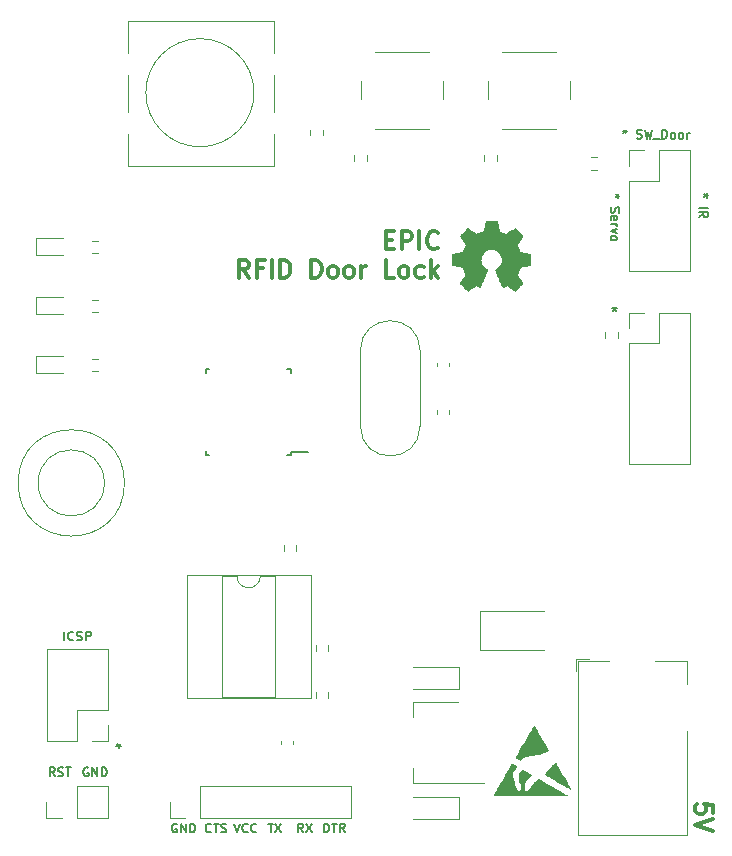
<source format=gbr>
%TF.GenerationSoftware,KiCad,Pcbnew,6.0.4-6f826c9f35~116~ubuntu21.10.1*%
%TF.CreationDate,2022-04-24T13:37:27+09:00*%
%TF.ProjectId,pcb,7063622e-6b69-4636-9164-5f7063625858,rev?*%
%TF.SameCoordinates,Original*%
%TF.FileFunction,Legend,Top*%
%TF.FilePolarity,Positive*%
%FSLAX46Y46*%
G04 Gerber Fmt 4.6, Leading zero omitted, Abs format (unit mm)*
G04 Created by KiCad (PCBNEW 6.0.4-6f826c9f35~116~ubuntu21.10.1) date 2022-04-24 13:37:27*
%MOMM*%
%LPD*%
G01*
G04 APERTURE LIST*
%ADD10C,0.187500*%
%ADD11C,0.300000*%
%ADD12C,0.150000*%
%ADD13C,0.120000*%
%ADD14C,0.010000*%
G04 APERTURE END LIST*
D10*
X31188571Y-77155000D02*
X31117142Y-77119285D01*
X31010000Y-77119285D01*
X30902857Y-77155000D01*
X30831428Y-77226428D01*
X30795714Y-77297857D01*
X30760000Y-77440714D01*
X30760000Y-77547857D01*
X30795714Y-77690714D01*
X30831428Y-77762142D01*
X30902857Y-77833571D01*
X31010000Y-77869285D01*
X31081428Y-77869285D01*
X31188571Y-77833571D01*
X31224285Y-77797857D01*
X31224285Y-77547857D01*
X31081428Y-77547857D01*
X31545714Y-77869285D02*
X31545714Y-77119285D01*
X31974285Y-77869285D01*
X31974285Y-77119285D01*
X32331428Y-77869285D02*
X32331428Y-77119285D01*
X32510000Y-77119285D01*
X32617142Y-77155000D01*
X32688571Y-77226428D01*
X32724285Y-77297857D01*
X32760000Y-77440714D01*
X32760000Y-77547857D01*
X32724285Y-77690714D01*
X32688571Y-77762142D01*
X32617142Y-77833571D01*
X32510000Y-77869285D01*
X32331428Y-77869285D01*
X76170714Y-28708571D02*
X75992142Y-28708571D01*
X76063571Y-28530000D02*
X75992142Y-28708571D01*
X76063571Y-28887142D01*
X75849285Y-28601428D02*
X75992142Y-28708571D01*
X75849285Y-28815714D01*
X75456428Y-29708571D02*
X75420714Y-29815714D01*
X75420714Y-29994285D01*
X75456428Y-30065714D01*
X75492142Y-30101428D01*
X75563571Y-30137142D01*
X75635000Y-30137142D01*
X75706428Y-30101428D01*
X75742142Y-30065714D01*
X75777857Y-29994285D01*
X75813571Y-29851428D01*
X75849285Y-29780000D01*
X75885000Y-29744285D01*
X75956428Y-29708571D01*
X76027857Y-29708571D01*
X76099285Y-29744285D01*
X76135000Y-29780000D01*
X76170714Y-29851428D01*
X76170714Y-30030000D01*
X76135000Y-30137142D01*
X75456428Y-30744285D02*
X75420714Y-30672857D01*
X75420714Y-30530000D01*
X75456428Y-30458571D01*
X75527857Y-30422857D01*
X75813571Y-30422857D01*
X75885000Y-30458571D01*
X75920714Y-30530000D01*
X75920714Y-30672857D01*
X75885000Y-30744285D01*
X75813571Y-30780000D01*
X75742142Y-30780000D01*
X75670714Y-30422857D01*
X75420714Y-31101428D02*
X75920714Y-31101428D01*
X75777857Y-31101428D02*
X75849285Y-31137142D01*
X75885000Y-31172857D01*
X75920714Y-31244285D01*
X75920714Y-31315714D01*
X75920714Y-31494285D02*
X75420714Y-31672857D01*
X75920714Y-31851428D01*
X75420714Y-32244285D02*
X75456428Y-32172857D01*
X75492142Y-32137142D01*
X75563571Y-32101428D01*
X75777857Y-32101428D01*
X75849285Y-32137142D01*
X75885000Y-32172857D01*
X75920714Y-32244285D01*
X75920714Y-32351428D01*
X75885000Y-32422857D01*
X75849285Y-32458571D01*
X75777857Y-32494285D01*
X75563571Y-32494285D01*
X75492142Y-32458571D01*
X75456428Y-32422857D01*
X75420714Y-32351428D01*
X75420714Y-32244285D01*
X29152857Y-66369285D02*
X29152857Y-65619285D01*
X29938571Y-66297857D02*
X29902857Y-66333571D01*
X29795714Y-66369285D01*
X29724285Y-66369285D01*
X29617142Y-66333571D01*
X29545714Y-66262142D01*
X29510000Y-66190714D01*
X29474285Y-66047857D01*
X29474285Y-65940714D01*
X29510000Y-65797857D01*
X29545714Y-65726428D01*
X29617142Y-65655000D01*
X29724285Y-65619285D01*
X29795714Y-65619285D01*
X29902857Y-65655000D01*
X29938571Y-65690714D01*
X30224285Y-66333571D02*
X30331428Y-66369285D01*
X30510000Y-66369285D01*
X30581428Y-66333571D01*
X30617142Y-66297857D01*
X30652857Y-66226428D01*
X30652857Y-66155000D01*
X30617142Y-66083571D01*
X30581428Y-66047857D01*
X30510000Y-66012142D01*
X30367142Y-65976428D01*
X30295714Y-65940714D01*
X30260000Y-65905000D01*
X30224285Y-65833571D01*
X30224285Y-65762142D01*
X30260000Y-65690714D01*
X30295714Y-65655000D01*
X30367142Y-65619285D01*
X30545714Y-65619285D01*
X30652857Y-65655000D01*
X30974285Y-66369285D02*
X30974285Y-65619285D01*
X31260000Y-65619285D01*
X31331428Y-65655000D01*
X31367142Y-65690714D01*
X31402857Y-65762142D01*
X31402857Y-65869285D01*
X31367142Y-65940714D01*
X31331428Y-65976428D01*
X31260000Y-66012142D01*
X30974285Y-66012142D01*
X38688571Y-81905000D02*
X38617142Y-81869285D01*
X38510000Y-81869285D01*
X38402857Y-81905000D01*
X38331428Y-81976428D01*
X38295714Y-82047857D01*
X38260000Y-82190714D01*
X38260000Y-82297857D01*
X38295714Y-82440714D01*
X38331428Y-82512142D01*
X38402857Y-82583571D01*
X38510000Y-82619285D01*
X38581428Y-82619285D01*
X38688571Y-82583571D01*
X38724285Y-82547857D01*
X38724285Y-82297857D01*
X38581428Y-82297857D01*
X39045714Y-82619285D02*
X39045714Y-81869285D01*
X39474285Y-82619285D01*
X39474285Y-81869285D01*
X39831428Y-82619285D02*
X39831428Y-81869285D01*
X40010000Y-81869285D01*
X40117142Y-81905000D01*
X40188571Y-81976428D01*
X40224285Y-82047857D01*
X40260000Y-82190714D01*
X40260000Y-82297857D01*
X40224285Y-82440714D01*
X40188571Y-82512142D01*
X40117142Y-82583571D01*
X40010000Y-82619285D01*
X39831428Y-82619285D01*
X43510000Y-81869285D02*
X43760000Y-82619285D01*
X44010000Y-81869285D01*
X44688571Y-82547857D02*
X44652857Y-82583571D01*
X44545714Y-82619285D01*
X44474285Y-82619285D01*
X44367142Y-82583571D01*
X44295714Y-82512142D01*
X44260000Y-82440714D01*
X44224285Y-82297857D01*
X44224285Y-82190714D01*
X44260000Y-82047857D01*
X44295714Y-81976428D01*
X44367142Y-81905000D01*
X44474285Y-81869285D01*
X44545714Y-81869285D01*
X44652857Y-81905000D01*
X44688571Y-81940714D01*
X45438571Y-82547857D02*
X45402857Y-82583571D01*
X45295714Y-82619285D01*
X45224285Y-82619285D01*
X45117142Y-82583571D01*
X45045714Y-82512142D01*
X45010000Y-82440714D01*
X44974285Y-82297857D01*
X44974285Y-82190714D01*
X45010000Y-82047857D01*
X45045714Y-81976428D01*
X45117142Y-81905000D01*
X45224285Y-81869285D01*
X45295714Y-81869285D01*
X45402857Y-81905000D01*
X45438571Y-81940714D01*
X75760000Y-38119285D02*
X75760000Y-38297857D01*
X75581428Y-38226428D02*
X75760000Y-38297857D01*
X75938571Y-38226428D01*
X75652857Y-38440714D02*
X75760000Y-38297857D01*
X75867142Y-38440714D01*
D11*
X84081428Y-80994285D02*
X84081428Y-80280000D01*
X83367142Y-80208571D01*
X83438571Y-80280000D01*
X83510000Y-80422857D01*
X83510000Y-80780000D01*
X83438571Y-80922857D01*
X83367142Y-80994285D01*
X83224285Y-81065714D01*
X82867142Y-81065714D01*
X82724285Y-80994285D01*
X82652857Y-80922857D01*
X82581428Y-80780000D01*
X82581428Y-80422857D01*
X82652857Y-80280000D01*
X82724285Y-80208571D01*
X84081428Y-81494285D02*
X82581428Y-81994285D01*
X84081428Y-82494285D01*
X56380714Y-32455357D02*
X56880714Y-32455357D01*
X57095000Y-33241071D02*
X56380714Y-33241071D01*
X56380714Y-31741071D01*
X57095000Y-31741071D01*
X57737857Y-33241071D02*
X57737857Y-31741071D01*
X58309285Y-31741071D01*
X58452142Y-31812500D01*
X58523571Y-31883928D01*
X58595000Y-32026785D01*
X58595000Y-32241071D01*
X58523571Y-32383928D01*
X58452142Y-32455357D01*
X58309285Y-32526785D01*
X57737857Y-32526785D01*
X59237857Y-33241071D02*
X59237857Y-31741071D01*
X60809285Y-33098214D02*
X60737857Y-33169642D01*
X60523571Y-33241071D01*
X60380714Y-33241071D01*
X60166428Y-33169642D01*
X60023571Y-33026785D01*
X59952142Y-32883928D01*
X59880714Y-32598214D01*
X59880714Y-32383928D01*
X59952142Y-32098214D01*
X60023571Y-31955357D01*
X60166428Y-31812500D01*
X60380714Y-31741071D01*
X60523571Y-31741071D01*
X60737857Y-31812500D01*
X60809285Y-31883928D01*
X44809285Y-35656071D02*
X44309285Y-34941785D01*
X43952142Y-35656071D02*
X43952142Y-34156071D01*
X44523571Y-34156071D01*
X44666428Y-34227500D01*
X44737857Y-34298928D01*
X44809285Y-34441785D01*
X44809285Y-34656071D01*
X44737857Y-34798928D01*
X44666428Y-34870357D01*
X44523571Y-34941785D01*
X43952142Y-34941785D01*
X45952142Y-34870357D02*
X45452142Y-34870357D01*
X45452142Y-35656071D02*
X45452142Y-34156071D01*
X46166428Y-34156071D01*
X46737857Y-35656071D02*
X46737857Y-34156071D01*
X47452142Y-35656071D02*
X47452142Y-34156071D01*
X47809285Y-34156071D01*
X48023571Y-34227500D01*
X48166428Y-34370357D01*
X48237857Y-34513214D01*
X48309285Y-34798928D01*
X48309285Y-35013214D01*
X48237857Y-35298928D01*
X48166428Y-35441785D01*
X48023571Y-35584642D01*
X47809285Y-35656071D01*
X47452142Y-35656071D01*
X50095000Y-35656071D02*
X50095000Y-34156071D01*
X50452142Y-34156071D01*
X50666428Y-34227500D01*
X50809285Y-34370357D01*
X50880714Y-34513214D01*
X50952142Y-34798928D01*
X50952142Y-35013214D01*
X50880714Y-35298928D01*
X50809285Y-35441785D01*
X50666428Y-35584642D01*
X50452142Y-35656071D01*
X50095000Y-35656071D01*
X51809285Y-35656071D02*
X51666428Y-35584642D01*
X51595000Y-35513214D01*
X51523571Y-35370357D01*
X51523571Y-34941785D01*
X51595000Y-34798928D01*
X51666428Y-34727500D01*
X51809285Y-34656071D01*
X52023571Y-34656071D01*
X52166428Y-34727500D01*
X52237857Y-34798928D01*
X52309285Y-34941785D01*
X52309285Y-35370357D01*
X52237857Y-35513214D01*
X52166428Y-35584642D01*
X52023571Y-35656071D01*
X51809285Y-35656071D01*
X53166428Y-35656071D02*
X53023571Y-35584642D01*
X52952142Y-35513214D01*
X52880714Y-35370357D01*
X52880714Y-34941785D01*
X52952142Y-34798928D01*
X53023571Y-34727500D01*
X53166428Y-34656071D01*
X53380714Y-34656071D01*
X53523571Y-34727500D01*
X53595000Y-34798928D01*
X53666428Y-34941785D01*
X53666428Y-35370357D01*
X53595000Y-35513214D01*
X53523571Y-35584642D01*
X53380714Y-35656071D01*
X53166428Y-35656071D01*
X54309285Y-35656071D02*
X54309285Y-34656071D01*
X54309285Y-34941785D02*
X54380714Y-34798928D01*
X54452142Y-34727500D01*
X54595000Y-34656071D01*
X54737857Y-34656071D01*
X57095000Y-35656071D02*
X56380714Y-35656071D01*
X56380714Y-34156071D01*
X57809285Y-35656071D02*
X57666428Y-35584642D01*
X57595000Y-35513214D01*
X57523571Y-35370357D01*
X57523571Y-34941785D01*
X57595000Y-34798928D01*
X57666428Y-34727500D01*
X57809285Y-34656071D01*
X58023571Y-34656071D01*
X58166428Y-34727500D01*
X58237857Y-34798928D01*
X58309285Y-34941785D01*
X58309285Y-35370357D01*
X58237857Y-35513214D01*
X58166428Y-35584642D01*
X58023571Y-35656071D01*
X57809285Y-35656071D01*
X59595000Y-35584642D02*
X59452142Y-35656071D01*
X59166428Y-35656071D01*
X59023571Y-35584642D01*
X58952142Y-35513214D01*
X58880714Y-35370357D01*
X58880714Y-34941785D01*
X58952142Y-34798928D01*
X59023571Y-34727500D01*
X59166428Y-34656071D01*
X59452142Y-34656071D01*
X59595000Y-34727500D01*
X60237857Y-35656071D02*
X60237857Y-34156071D01*
X60380714Y-35084642D02*
X60809285Y-35656071D01*
X60809285Y-34656071D02*
X60237857Y-35227500D01*
D10*
X83670714Y-28690714D02*
X83492142Y-28690714D01*
X83563571Y-28512142D02*
X83492142Y-28690714D01*
X83563571Y-28869285D01*
X83349285Y-28583571D02*
X83492142Y-28690714D01*
X83349285Y-28797857D01*
X82920714Y-29726428D02*
X83670714Y-29726428D01*
X82920714Y-30512142D02*
X83277857Y-30262142D01*
X82920714Y-30083571D02*
X83670714Y-30083571D01*
X83670714Y-30369285D01*
X83635000Y-30440714D01*
X83599285Y-30476428D01*
X83527857Y-30512142D01*
X83420714Y-30512142D01*
X83349285Y-30476428D01*
X83313571Y-30440714D01*
X83277857Y-30369285D01*
X83277857Y-30083571D01*
X33760000Y-75440714D02*
X33760000Y-75262142D01*
X33938571Y-75333571D02*
X33760000Y-75262142D01*
X33581428Y-75333571D01*
X33867142Y-75119285D02*
X33760000Y-75262142D01*
X33652857Y-75119285D01*
X41599285Y-82547857D02*
X41563571Y-82583571D01*
X41456428Y-82619285D01*
X41385000Y-82619285D01*
X41277857Y-82583571D01*
X41206428Y-82512142D01*
X41170714Y-82440714D01*
X41135000Y-82297857D01*
X41135000Y-82190714D01*
X41170714Y-82047857D01*
X41206428Y-81976428D01*
X41277857Y-81905000D01*
X41385000Y-81869285D01*
X41456428Y-81869285D01*
X41563571Y-81905000D01*
X41599285Y-81940714D01*
X41813571Y-81869285D02*
X42242142Y-81869285D01*
X42027857Y-82619285D02*
X42027857Y-81869285D01*
X42456428Y-82583571D02*
X42563571Y-82619285D01*
X42742142Y-82619285D01*
X42813571Y-82583571D01*
X42849285Y-82547857D01*
X42885000Y-82476428D01*
X42885000Y-82405000D01*
X42849285Y-82333571D01*
X42813571Y-82297857D01*
X42742142Y-82262142D01*
X42599285Y-82226428D01*
X42527857Y-82190714D01*
X42492142Y-82155000D01*
X42456428Y-82083571D01*
X42456428Y-82012142D01*
X42492142Y-81940714D01*
X42527857Y-81905000D01*
X42599285Y-81869285D01*
X42777857Y-81869285D01*
X42885000Y-81905000D01*
X51152857Y-82619285D02*
X51152857Y-81869285D01*
X51331428Y-81869285D01*
X51438571Y-81905000D01*
X51510000Y-81976428D01*
X51545714Y-82047857D01*
X51581428Y-82190714D01*
X51581428Y-82297857D01*
X51545714Y-82440714D01*
X51510000Y-82512142D01*
X51438571Y-82583571D01*
X51331428Y-82619285D01*
X51152857Y-82619285D01*
X51795714Y-81869285D02*
X52224285Y-81869285D01*
X52010000Y-82619285D02*
X52010000Y-81869285D01*
X52902857Y-82619285D02*
X52652857Y-82262142D01*
X52474285Y-82619285D02*
X52474285Y-81869285D01*
X52760000Y-81869285D01*
X52831428Y-81905000D01*
X52867142Y-81940714D01*
X52902857Y-82012142D01*
X52902857Y-82119285D01*
X52867142Y-82190714D01*
X52831428Y-82226428D01*
X52760000Y-82262142D01*
X52474285Y-82262142D01*
X28349285Y-77869285D02*
X28099285Y-77512142D01*
X27920714Y-77869285D02*
X27920714Y-77119285D01*
X28206428Y-77119285D01*
X28277857Y-77155000D01*
X28313571Y-77190714D01*
X28349285Y-77262142D01*
X28349285Y-77369285D01*
X28313571Y-77440714D01*
X28277857Y-77476428D01*
X28206428Y-77512142D01*
X27920714Y-77512142D01*
X28635000Y-77833571D02*
X28742142Y-77869285D01*
X28920714Y-77869285D01*
X28992142Y-77833571D01*
X29027857Y-77797857D01*
X29063571Y-77726428D01*
X29063571Y-77655000D01*
X29027857Y-77583571D01*
X28992142Y-77547857D01*
X28920714Y-77512142D01*
X28777857Y-77476428D01*
X28706428Y-77440714D01*
X28670714Y-77405000D01*
X28635000Y-77333571D01*
X28635000Y-77262142D01*
X28670714Y-77190714D01*
X28706428Y-77155000D01*
X28777857Y-77119285D01*
X28956428Y-77119285D01*
X29063571Y-77155000D01*
X29277857Y-77119285D02*
X29706428Y-77119285D01*
X29492142Y-77869285D02*
X29492142Y-77119285D01*
X76617142Y-23119285D02*
X76617142Y-23297857D01*
X76438571Y-23226428D02*
X76617142Y-23297857D01*
X76795714Y-23226428D01*
X76510000Y-23440714D02*
X76617142Y-23297857D01*
X76724285Y-23440714D01*
X77617142Y-23833571D02*
X77724285Y-23869285D01*
X77902857Y-23869285D01*
X77974285Y-23833571D01*
X78010000Y-23797857D01*
X78045714Y-23726428D01*
X78045714Y-23655000D01*
X78010000Y-23583571D01*
X77974285Y-23547857D01*
X77902857Y-23512142D01*
X77760000Y-23476428D01*
X77688571Y-23440714D01*
X77652857Y-23405000D01*
X77617142Y-23333571D01*
X77617142Y-23262142D01*
X77652857Y-23190714D01*
X77688571Y-23155000D01*
X77760000Y-23119285D01*
X77938571Y-23119285D01*
X78045714Y-23155000D01*
X78295714Y-23119285D02*
X78474285Y-23869285D01*
X78617142Y-23333571D01*
X78760000Y-23869285D01*
X78938571Y-23119285D01*
X79045714Y-23940714D02*
X79617142Y-23940714D01*
X79795714Y-23869285D02*
X79795714Y-23119285D01*
X79974285Y-23119285D01*
X80081428Y-23155000D01*
X80152857Y-23226428D01*
X80188571Y-23297857D01*
X80224285Y-23440714D01*
X80224285Y-23547857D01*
X80188571Y-23690714D01*
X80152857Y-23762142D01*
X80081428Y-23833571D01*
X79974285Y-23869285D01*
X79795714Y-23869285D01*
X80652857Y-23869285D02*
X80581428Y-23833571D01*
X80545714Y-23797857D01*
X80510000Y-23726428D01*
X80510000Y-23512142D01*
X80545714Y-23440714D01*
X80581428Y-23405000D01*
X80652857Y-23369285D01*
X80760000Y-23369285D01*
X80831428Y-23405000D01*
X80867142Y-23440714D01*
X80902857Y-23512142D01*
X80902857Y-23726428D01*
X80867142Y-23797857D01*
X80831428Y-23833571D01*
X80760000Y-23869285D01*
X80652857Y-23869285D01*
X81331428Y-23869285D02*
X81260000Y-23833571D01*
X81224285Y-23797857D01*
X81188571Y-23726428D01*
X81188571Y-23512142D01*
X81224285Y-23440714D01*
X81260000Y-23405000D01*
X81331428Y-23369285D01*
X81438571Y-23369285D01*
X81510000Y-23405000D01*
X81545714Y-23440714D01*
X81581428Y-23512142D01*
X81581428Y-23726428D01*
X81545714Y-23797857D01*
X81510000Y-23833571D01*
X81438571Y-23869285D01*
X81331428Y-23869285D01*
X81902857Y-23869285D02*
X81902857Y-23369285D01*
X81902857Y-23512142D02*
X81938571Y-23440714D01*
X81974285Y-23405000D01*
X82045714Y-23369285D01*
X82117142Y-23369285D01*
X49385000Y-82619285D02*
X49135000Y-82262142D01*
X48956428Y-82619285D02*
X48956428Y-81869285D01*
X49242142Y-81869285D01*
X49313571Y-81905000D01*
X49349285Y-81940714D01*
X49385000Y-82012142D01*
X49385000Y-82119285D01*
X49349285Y-82190714D01*
X49313571Y-82226428D01*
X49242142Y-82262142D01*
X48956428Y-82262142D01*
X49635000Y-81869285D02*
X50135000Y-82619285D01*
X50135000Y-81869285D02*
X49635000Y-82619285D01*
X46438571Y-81869285D02*
X46867142Y-81869285D01*
X46652857Y-82619285D02*
X46652857Y-81869285D01*
X47045714Y-81869285D02*
X47545714Y-82619285D01*
X47545714Y-81869285D02*
X47045714Y-82619285D01*
D12*
%TO.C,HOLE1*%
%TO.C,HOLE3*%
%TO.C,HOLE4*%
%TO.C,HOLE2*%
D13*
%TO.C,R2*%
X74237258Y-26522500D02*
X73762742Y-26522500D01*
X74237258Y-25477500D02*
X73762742Y-25477500D01*
%TO.C,J_INNER1*%
X79560000Y-27445000D02*
X79560000Y-24845000D01*
X76960000Y-35125000D02*
X82160000Y-35125000D01*
X76960000Y-24845000D02*
X78290000Y-24845000D01*
X76960000Y-27445000D02*
X79560000Y-27445000D01*
X76960000Y-26175000D02*
X76960000Y-24845000D01*
X79560000Y-24845000D02*
X82160000Y-24845000D01*
X76960000Y-27445000D02*
X76960000Y-35125000D01*
X82160000Y-24845000D02*
X82160000Y-35125000D01*
D12*
%TO.C,U1*%
X41135000Y-50655000D02*
X41135000Y-50330000D01*
X48385000Y-43405000D02*
X48060000Y-43405000D01*
X48385000Y-50655000D02*
X48060000Y-50655000D01*
X48385000Y-50655000D02*
X48385000Y-50430000D01*
X41135000Y-50655000D02*
X41460000Y-50655000D01*
X48385000Y-43405000D02*
X48385000Y-43730000D01*
X48385000Y-50430000D02*
X49810000Y-50430000D01*
X41135000Y-43405000D02*
X41135000Y-43730000D01*
X41135000Y-43405000D02*
X41460000Y-43405000D01*
D13*
%TO.C,C5*%
X58660000Y-81465000D02*
X62570000Y-81465000D01*
X62570000Y-79595000D02*
X58660000Y-79595000D01*
X62570000Y-81465000D02*
X62570000Y-79595000D01*
%TO.C,POWER_JACK1*%
X72502500Y-68980000D02*
X72502500Y-67930000D01*
X81902500Y-68130000D02*
X81902500Y-70030000D01*
X72702500Y-82830000D02*
X72702500Y-68130000D01*
X73552500Y-67930000D02*
X72502500Y-67930000D01*
X72702500Y-68130000D02*
X75302500Y-68130000D01*
X79202500Y-68130000D02*
X81902500Y-68130000D01*
X81902500Y-74030000D02*
X81902500Y-82830000D01*
X81902500Y-82830000D02*
X72702500Y-82830000D01*
%TO.C,R9*%
X31997258Y-32507500D02*
X31522742Y-32507500D01*
X31997258Y-33552500D02*
X31522742Y-33552500D01*
%TO.C,REF_ESD*%
G36*
X70747528Y-76764619D02*
G01*
X70758908Y-76783693D01*
X70784488Y-76827421D01*
X70823002Y-76893619D01*
X70873186Y-76980102D01*
X70933775Y-77084685D01*
X71003503Y-77205183D01*
X71081107Y-77339412D01*
X71165320Y-77485187D01*
X71254879Y-77640323D01*
X71346998Y-77800000D01*
X71441076Y-77963117D01*
X71531402Y-78119709D01*
X71616665Y-78267506D01*
X71695557Y-78404240D01*
X71766769Y-78527642D01*
X71828991Y-78635444D01*
X71880913Y-78725377D01*
X71921228Y-78795173D01*
X71948624Y-78842564D01*
X71961507Y-78864786D01*
X71982507Y-78902330D01*
X71993925Y-78925831D01*
X71994551Y-78929920D01*
X71980636Y-78922242D01*
X71941941Y-78900203D01*
X71880487Y-78864971D01*
X71798298Y-78817711D01*
X71697396Y-78759589D01*
X71579805Y-78691771D01*
X71447546Y-78615424D01*
X71302642Y-78531714D01*
X71147117Y-78441806D01*
X70982992Y-78346867D01*
X70920549Y-78310732D01*
X70753487Y-78214083D01*
X70594074Y-78121938D01*
X70444355Y-78035475D01*
X70306376Y-77955871D01*
X70182185Y-77884305D01*
X70073827Y-77821955D01*
X69983348Y-77769998D01*
X69912796Y-77729613D01*
X69864215Y-77701978D01*
X69839654Y-77688272D01*
X69837085Y-77686974D01*
X69844569Y-77675220D01*
X69870614Y-77643795D01*
X69912559Y-77595594D01*
X69967746Y-77533510D01*
X70033517Y-77460439D01*
X70107212Y-77379276D01*
X70186173Y-77292916D01*
X70267740Y-77204253D01*
X70349254Y-77116182D01*
X70428057Y-77031599D01*
X70501490Y-76953397D01*
X70566893Y-76884472D01*
X70621608Y-76827719D01*
X70662977Y-76786032D01*
X70677164Y-76772363D01*
X70724180Y-76728201D01*
X70747528Y-76764619D01*
G37*
D14*
X70747528Y-76764619D02*
X70758908Y-76783693D01*
X70784488Y-76827421D01*
X70823002Y-76893619D01*
X70873186Y-76980102D01*
X70933775Y-77084685D01*
X71003503Y-77205183D01*
X71081107Y-77339412D01*
X71165320Y-77485187D01*
X71254879Y-77640323D01*
X71346998Y-77800000D01*
X71441076Y-77963117D01*
X71531402Y-78119709D01*
X71616665Y-78267506D01*
X71695557Y-78404240D01*
X71766769Y-78527642D01*
X71828991Y-78635444D01*
X71880913Y-78725377D01*
X71921228Y-78795173D01*
X71948624Y-78842564D01*
X71961507Y-78864786D01*
X71982507Y-78902330D01*
X71993925Y-78925831D01*
X71994551Y-78929920D01*
X71980636Y-78922242D01*
X71941941Y-78900203D01*
X71880487Y-78864971D01*
X71798298Y-78817711D01*
X71697396Y-78759589D01*
X71579805Y-78691771D01*
X71447546Y-78615424D01*
X71302642Y-78531714D01*
X71147117Y-78441806D01*
X70982992Y-78346867D01*
X70920549Y-78310732D01*
X70753487Y-78214083D01*
X70594074Y-78121938D01*
X70444355Y-78035475D01*
X70306376Y-77955871D01*
X70182185Y-77884305D01*
X70073827Y-77821955D01*
X69983348Y-77769998D01*
X69912796Y-77729613D01*
X69864215Y-77701978D01*
X69839654Y-77688272D01*
X69837085Y-77686974D01*
X69844569Y-77675220D01*
X69870614Y-77643795D01*
X69912559Y-77595594D01*
X69967746Y-77533510D01*
X70033517Y-77460439D01*
X70107212Y-77379276D01*
X70186173Y-77292916D01*
X70267740Y-77204253D01*
X70349254Y-77116182D01*
X70428057Y-77031599D01*
X70501490Y-76953397D01*
X70566893Y-76884472D01*
X70621608Y-76827719D01*
X70662977Y-76786032D01*
X70677164Y-76772363D01*
X70724180Y-76728201D01*
X70747528Y-76764619D01*
G36*
X68924043Y-73615835D02*
G01*
X68947065Y-73653245D01*
X68982534Y-73712514D01*
X69028996Y-73791118D01*
X69084996Y-73886538D01*
X69149081Y-73996250D01*
X69219796Y-74117734D01*
X69295687Y-74248468D01*
X69375299Y-74385930D01*
X69457178Y-74527598D01*
X69539870Y-74670951D01*
X69621921Y-74813467D01*
X69701876Y-74952624D01*
X69778281Y-75085901D01*
X69849682Y-75210776D01*
X69914624Y-75324727D01*
X69971653Y-75425233D01*
X70019315Y-75509772D01*
X70056155Y-75575822D01*
X70080720Y-75620862D01*
X70091554Y-75642370D01*
X70091951Y-75643714D01*
X70078501Y-75661965D01*
X70041114Y-75689882D01*
X69984235Y-75724725D01*
X69912312Y-75763754D01*
X69837015Y-75800843D01*
X69734560Y-75845817D01*
X69626817Y-75886226D01*
X69510073Y-75922969D01*
X69380618Y-75956942D01*
X69234740Y-75989044D01*
X69068726Y-76020173D01*
X68878866Y-76051227D01*
X68682469Y-76080145D01*
X68511834Y-76105800D01*
X68368545Y-76131198D01*
X68249008Y-76157602D01*
X68149630Y-76186273D01*
X68066818Y-76218473D01*
X67996978Y-76255465D01*
X67936518Y-76298512D01*
X67881845Y-76348875D01*
X67864214Y-76367583D01*
X67826000Y-76411139D01*
X67797732Y-76446682D01*
X67784618Y-76467583D01*
X67784268Y-76469297D01*
X67779680Y-76479806D01*
X67763758Y-76479924D01*
X67733266Y-76468254D01*
X67684968Y-76443396D01*
X67615627Y-76403952D01*
X67567439Y-76375587D01*
X67495583Y-76331247D01*
X67439742Y-76293279D01*
X67403667Y-76264416D01*
X67391113Y-76247388D01*
X67391121Y-76247264D01*
X67398906Y-76231037D01*
X67420892Y-76190400D01*
X67455803Y-76127567D01*
X67502363Y-76044752D01*
X67559295Y-75944172D01*
X67625323Y-75828040D01*
X67699172Y-75698571D01*
X67779564Y-75557980D01*
X67865224Y-75408482D01*
X67954876Y-75252292D01*
X68047243Y-75091624D01*
X68141049Y-74928693D01*
X68235018Y-74765713D01*
X68327874Y-74604900D01*
X68418340Y-74448468D01*
X68505141Y-74298633D01*
X68587000Y-74157608D01*
X68662641Y-74027609D01*
X68730787Y-73910849D01*
X68790163Y-73809545D01*
X68839493Y-73725911D01*
X68877500Y-73662162D01*
X68902907Y-73620511D01*
X68914440Y-73603175D01*
X68914923Y-73602805D01*
X68924043Y-73615835D01*
G37*
X68924043Y-73615835D02*
X68947065Y-73653245D01*
X68982534Y-73712514D01*
X69028996Y-73791118D01*
X69084996Y-73886538D01*
X69149081Y-73996250D01*
X69219796Y-74117734D01*
X69295687Y-74248468D01*
X69375299Y-74385930D01*
X69457178Y-74527598D01*
X69539870Y-74670951D01*
X69621921Y-74813467D01*
X69701876Y-74952624D01*
X69778281Y-75085901D01*
X69849682Y-75210776D01*
X69914624Y-75324727D01*
X69971653Y-75425233D01*
X70019315Y-75509772D01*
X70056155Y-75575822D01*
X70080720Y-75620862D01*
X70091554Y-75642370D01*
X70091951Y-75643714D01*
X70078501Y-75661965D01*
X70041114Y-75689882D01*
X69984235Y-75724725D01*
X69912312Y-75763754D01*
X69837015Y-75800843D01*
X69734560Y-75845817D01*
X69626817Y-75886226D01*
X69510073Y-75922969D01*
X69380618Y-75956942D01*
X69234740Y-75989044D01*
X69068726Y-76020173D01*
X68878866Y-76051227D01*
X68682469Y-76080145D01*
X68511834Y-76105800D01*
X68368545Y-76131198D01*
X68249008Y-76157602D01*
X68149630Y-76186273D01*
X68066818Y-76218473D01*
X67996978Y-76255465D01*
X67936518Y-76298512D01*
X67881845Y-76348875D01*
X67864214Y-76367583D01*
X67826000Y-76411139D01*
X67797732Y-76446682D01*
X67784618Y-76467583D01*
X67784268Y-76469297D01*
X67779680Y-76479806D01*
X67763758Y-76479924D01*
X67733266Y-76468254D01*
X67684968Y-76443396D01*
X67615627Y-76403952D01*
X67567439Y-76375587D01*
X67495583Y-76331247D01*
X67439742Y-76293279D01*
X67403667Y-76264416D01*
X67391113Y-76247388D01*
X67391121Y-76247264D01*
X67398906Y-76231037D01*
X67420892Y-76190400D01*
X67455803Y-76127567D01*
X67502363Y-76044752D01*
X67559295Y-75944172D01*
X67625323Y-75828040D01*
X67699172Y-75698571D01*
X67779564Y-75557980D01*
X67865224Y-75408482D01*
X67954876Y-75252292D01*
X68047243Y-75091624D01*
X68141049Y-74928693D01*
X68235018Y-74765713D01*
X68327874Y-74604900D01*
X68418340Y-74448468D01*
X68505141Y-74298633D01*
X68587000Y-74157608D01*
X68662641Y-74027609D01*
X68730787Y-73910849D01*
X68790163Y-73809545D01*
X68839493Y-73725911D01*
X68877500Y-73662162D01*
X68902907Y-73620511D01*
X68914440Y-73603175D01*
X68914923Y-73602805D01*
X68924043Y-73615835D01*
G36*
X67082094Y-76821158D02*
G01*
X67114619Y-76833736D01*
X67164193Y-76858712D01*
X67235374Y-76897876D01*
X67240916Y-76900988D01*
X67306474Y-76938476D01*
X67361798Y-76971319D01*
X67401455Y-76996205D01*
X67420012Y-77009820D01*
X67420531Y-77010487D01*
X67416048Y-77029390D01*
X67395486Y-77071605D01*
X67360183Y-77134832D01*
X67311480Y-77216772D01*
X67250718Y-77315122D01*
X67179236Y-77427585D01*
X67161445Y-77455165D01*
X67115093Y-77531699D01*
X67081342Y-77597556D01*
X67063153Y-77646782D01*
X67061286Y-77656507D01*
X67062115Y-77699312D01*
X67071394Y-77767209D01*
X67087968Y-77855843D01*
X67110680Y-77960859D01*
X67138373Y-78077902D01*
X67169890Y-78202616D01*
X67204075Y-78330645D01*
X67239771Y-78457634D01*
X67275821Y-78579228D01*
X67311068Y-78691072D01*
X67344356Y-78788810D01*
X67374528Y-78868087D01*
X67395561Y-78915122D01*
X67420337Y-78965225D01*
X67443730Y-79013168D01*
X67444997Y-79015793D01*
X67483699Y-79064220D01*
X67540184Y-79096828D01*
X67605939Y-79112454D01*
X67672451Y-79109937D01*
X67731205Y-79088114D01*
X67764258Y-79059382D01*
X67811859Y-78980583D01*
X67846739Y-78882378D01*
X67865877Y-78774779D01*
X67868588Y-78713780D01*
X67857670Y-78599935D01*
X67825624Y-78505660D01*
X67770726Y-78426379D01*
X67753607Y-78408733D01*
X67702661Y-78359235D01*
X67699163Y-78009362D01*
X67695664Y-77659489D01*
X67784818Y-77524531D01*
X67826654Y-77463445D01*
X67866945Y-77408493D01*
X67899943Y-77367336D01*
X67914126Y-77352192D01*
X67954281Y-77314810D01*
X68008665Y-77344098D01*
X68043039Y-77365084D01*
X68061846Y-77381378D01*
X68063049Y-77384307D01*
X68075903Y-77396728D01*
X68097896Y-77405977D01*
X68119150Y-77414313D01*
X68151694Y-77430149D01*
X68198322Y-77455033D01*
X68261829Y-77490509D01*
X68345008Y-77538123D01*
X68450653Y-77599422D01*
X68508062Y-77632932D01*
X68575594Y-77673071D01*
X68619885Y-77701659D01*
X68644855Y-77722039D01*
X68654423Y-77737553D01*
X68652508Y-77751546D01*
X68650911Y-77754796D01*
X68635376Y-77775266D01*
X68602136Y-77813665D01*
X68555062Y-77865696D01*
X68498028Y-77927066D01*
X68448700Y-77979090D01*
X68335030Y-78102567D01*
X68246105Y-78209591D01*
X68181134Y-78301240D01*
X68139321Y-78378588D01*
X68125217Y-78417866D01*
X68119392Y-78452249D01*
X68113375Y-78510899D01*
X68107696Y-78587117D01*
X68102884Y-78674202D01*
X68100619Y-78729268D01*
X68097459Y-78824464D01*
X68096069Y-78894062D01*
X68096858Y-78943409D01*
X68100235Y-78977854D01*
X68106608Y-79002743D01*
X68116387Y-79023425D01*
X68124067Y-79036053D01*
X68168421Y-79084726D01*
X68225574Y-79118645D01*
X68285708Y-79133438D01*
X68330773Y-79128086D01*
X68371576Y-79104930D01*
X68422724Y-79063462D01*
X68477042Y-79010912D01*
X68527357Y-78954516D01*
X68566494Y-78901505D01*
X68580905Y-78875889D01*
X68602491Y-78840814D01*
X68641753Y-78787389D01*
X68695102Y-78719789D01*
X68758952Y-78642190D01*
X68829715Y-78558768D01*
X68903804Y-78473698D01*
X68977632Y-78391155D01*
X69047611Y-78315316D01*
X69110155Y-78250356D01*
X69159260Y-78202669D01*
X69213779Y-78155032D01*
X69259642Y-78119908D01*
X69291811Y-78100949D01*
X69302489Y-78098864D01*
X69318853Y-78107274D01*
X69359671Y-78129846D01*
X69422586Y-78165224D01*
X69505244Y-78212054D01*
X69605289Y-78268981D01*
X69720366Y-78334649D01*
X69848119Y-78407703D01*
X69986194Y-78486788D01*
X70132234Y-78570548D01*
X70283884Y-78657629D01*
X70438790Y-78746676D01*
X70594595Y-78836332D01*
X70748944Y-78925243D01*
X70899482Y-79012054D01*
X71043854Y-79095409D01*
X71179704Y-79173954D01*
X71304677Y-79246333D01*
X71416417Y-79311190D01*
X71512570Y-79367171D01*
X71590779Y-79412920D01*
X71648689Y-79447083D01*
X71683946Y-79468304D01*
X71694165Y-79474963D01*
X71680402Y-79476280D01*
X71637104Y-79477559D01*
X71565714Y-79478796D01*
X71467673Y-79479983D01*
X71344422Y-79481115D01*
X71197403Y-79482186D01*
X71028057Y-79483189D01*
X70837826Y-79484119D01*
X70628151Y-79484968D01*
X70400473Y-79485732D01*
X70156235Y-79486403D01*
X69896877Y-79486976D01*
X69623841Y-79487444D01*
X69338568Y-79487802D01*
X69042500Y-79488042D01*
X68737079Y-79488159D01*
X68608924Y-79488171D01*
X65508970Y-79488171D01*
X65730053Y-79104847D01*
X65776856Y-79023680D01*
X65837102Y-78919166D01*
X65908778Y-78794801D01*
X65989869Y-78654082D01*
X66078362Y-78500503D01*
X66172240Y-78337562D01*
X66269491Y-78168754D01*
X66368100Y-77997575D01*
X66466053Y-77827521D01*
X66490825Y-77784512D01*
X66581152Y-77627857D01*
X66667289Y-77478803D01*
X66747942Y-77339568D01*
X66821816Y-77212371D01*
X66887617Y-77099432D01*
X66944050Y-77002968D01*
X66989821Y-76925200D01*
X67023635Y-76868346D01*
X67044198Y-76834625D01*
X67049953Y-76826040D01*
X67062058Y-76819189D01*
X67082094Y-76821158D01*
G37*
X67082094Y-76821158D02*
X67114619Y-76833736D01*
X67164193Y-76858712D01*
X67235374Y-76897876D01*
X67240916Y-76900988D01*
X67306474Y-76938476D01*
X67361798Y-76971319D01*
X67401455Y-76996205D01*
X67420012Y-77009820D01*
X67420531Y-77010487D01*
X67416048Y-77029390D01*
X67395486Y-77071605D01*
X67360183Y-77134832D01*
X67311480Y-77216772D01*
X67250718Y-77315122D01*
X67179236Y-77427585D01*
X67161445Y-77455165D01*
X67115093Y-77531699D01*
X67081342Y-77597556D01*
X67063153Y-77646782D01*
X67061286Y-77656507D01*
X67062115Y-77699312D01*
X67071394Y-77767209D01*
X67087968Y-77855843D01*
X67110680Y-77960859D01*
X67138373Y-78077902D01*
X67169890Y-78202616D01*
X67204075Y-78330645D01*
X67239771Y-78457634D01*
X67275821Y-78579228D01*
X67311068Y-78691072D01*
X67344356Y-78788810D01*
X67374528Y-78868087D01*
X67395561Y-78915122D01*
X67420337Y-78965225D01*
X67443730Y-79013168D01*
X67444997Y-79015793D01*
X67483699Y-79064220D01*
X67540184Y-79096828D01*
X67605939Y-79112454D01*
X67672451Y-79109937D01*
X67731205Y-79088114D01*
X67764258Y-79059382D01*
X67811859Y-78980583D01*
X67846739Y-78882378D01*
X67865877Y-78774779D01*
X67868588Y-78713780D01*
X67857670Y-78599935D01*
X67825624Y-78505660D01*
X67770726Y-78426379D01*
X67753607Y-78408733D01*
X67702661Y-78359235D01*
X67699163Y-78009362D01*
X67695664Y-77659489D01*
X67784818Y-77524531D01*
X67826654Y-77463445D01*
X67866945Y-77408493D01*
X67899943Y-77367336D01*
X67914126Y-77352192D01*
X67954281Y-77314810D01*
X68008665Y-77344098D01*
X68043039Y-77365084D01*
X68061846Y-77381378D01*
X68063049Y-77384307D01*
X68075903Y-77396728D01*
X68097896Y-77405977D01*
X68119150Y-77414313D01*
X68151694Y-77430149D01*
X68198322Y-77455033D01*
X68261829Y-77490509D01*
X68345008Y-77538123D01*
X68450653Y-77599422D01*
X68508062Y-77632932D01*
X68575594Y-77673071D01*
X68619885Y-77701659D01*
X68644855Y-77722039D01*
X68654423Y-77737553D01*
X68652508Y-77751546D01*
X68650911Y-77754796D01*
X68635376Y-77775266D01*
X68602136Y-77813665D01*
X68555062Y-77865696D01*
X68498028Y-77927066D01*
X68448700Y-77979090D01*
X68335030Y-78102567D01*
X68246105Y-78209591D01*
X68181134Y-78301240D01*
X68139321Y-78378588D01*
X68125217Y-78417866D01*
X68119392Y-78452249D01*
X68113375Y-78510899D01*
X68107696Y-78587117D01*
X68102884Y-78674202D01*
X68100619Y-78729268D01*
X68097459Y-78824464D01*
X68096069Y-78894062D01*
X68096858Y-78943409D01*
X68100235Y-78977854D01*
X68106608Y-79002743D01*
X68116387Y-79023425D01*
X68124067Y-79036053D01*
X68168421Y-79084726D01*
X68225574Y-79118645D01*
X68285708Y-79133438D01*
X68330773Y-79128086D01*
X68371576Y-79104930D01*
X68422724Y-79063462D01*
X68477042Y-79010912D01*
X68527357Y-78954516D01*
X68566494Y-78901505D01*
X68580905Y-78875889D01*
X68602491Y-78840814D01*
X68641753Y-78787389D01*
X68695102Y-78719789D01*
X68758952Y-78642190D01*
X68829715Y-78558768D01*
X68903804Y-78473698D01*
X68977632Y-78391155D01*
X69047611Y-78315316D01*
X69110155Y-78250356D01*
X69159260Y-78202669D01*
X69213779Y-78155032D01*
X69259642Y-78119908D01*
X69291811Y-78100949D01*
X69302489Y-78098864D01*
X69318853Y-78107274D01*
X69359671Y-78129846D01*
X69422586Y-78165224D01*
X69505244Y-78212054D01*
X69605289Y-78268981D01*
X69720366Y-78334649D01*
X69848119Y-78407703D01*
X69986194Y-78486788D01*
X70132234Y-78570548D01*
X70283884Y-78657629D01*
X70438790Y-78746676D01*
X70594595Y-78836332D01*
X70748944Y-78925243D01*
X70899482Y-79012054D01*
X71043854Y-79095409D01*
X71179704Y-79173954D01*
X71304677Y-79246333D01*
X71416417Y-79311190D01*
X71512570Y-79367171D01*
X71590779Y-79412920D01*
X71648689Y-79447083D01*
X71683946Y-79468304D01*
X71694165Y-79474963D01*
X71680402Y-79476280D01*
X71637104Y-79477559D01*
X71565714Y-79478796D01*
X71467673Y-79479983D01*
X71344422Y-79481115D01*
X71197403Y-79482186D01*
X71028057Y-79483189D01*
X70837826Y-79484119D01*
X70628151Y-79484968D01*
X70400473Y-79485732D01*
X70156235Y-79486403D01*
X69896877Y-79486976D01*
X69623841Y-79487444D01*
X69338568Y-79487802D01*
X69042500Y-79488042D01*
X68737079Y-79488159D01*
X68608924Y-79488171D01*
X65508970Y-79488171D01*
X65730053Y-79104847D01*
X65776856Y-79023680D01*
X65837102Y-78919166D01*
X65908778Y-78794801D01*
X65989869Y-78654082D01*
X66078362Y-78500503D01*
X66172240Y-78337562D01*
X66269491Y-78168754D01*
X66368100Y-77997575D01*
X66466053Y-77827521D01*
X66490825Y-77784512D01*
X66581152Y-77627857D01*
X66667289Y-77478803D01*
X66747942Y-77339568D01*
X66821816Y-77212371D01*
X66887617Y-77099432D01*
X66944050Y-77002968D01*
X66989821Y-76925200D01*
X67023635Y-76868346D01*
X67044198Y-76834625D01*
X67049953Y-76826040D01*
X67062058Y-76819189D01*
X67082094Y-76821158D01*
D13*
%TO.C,J_UART1*%
X40680000Y-78700000D02*
X53440000Y-78700000D01*
X40680000Y-81360000D02*
X53440000Y-81360000D01*
X53440000Y-81360000D02*
X53440000Y-78700000D01*
X39410000Y-81360000D02*
X38080000Y-81360000D01*
X38080000Y-81360000D02*
X38080000Y-80030000D01*
X40680000Y-81360000D02*
X40680000Y-78700000D01*
%TO.C,R8*%
X31997258Y-37507500D02*
X31522742Y-37507500D01*
X31997258Y-38552500D02*
X31522742Y-38552500D01*
%TO.C,C2*%
X61770000Y-47170580D02*
X61770000Y-46889420D01*
X60750000Y-47170580D02*
X60750000Y-46889420D01*
%TO.C,C1*%
X47490000Y-74859420D02*
X47490000Y-75140580D01*
X48510000Y-74859420D02*
X48510000Y-75140580D01*
%TO.C,BZ1*%
X34260000Y-53030000D02*
G75*
G03*
X34260000Y-53030000I-4500000J0D01*
G01*
D14*
X32560000Y-53030000D02*
G75*
G03*
X32560000Y-53030000I-2800000J0D01*
G01*
D13*
%TO.C,R10*%
X50477500Y-71237258D02*
X50477500Y-70762742D01*
X51522500Y-71237258D02*
X51522500Y-70762742D01*
%TO.C,D1*%
X64360000Y-67180000D02*
X69760000Y-67180000D01*
X64360000Y-63880000D02*
X69760000Y-63880000D01*
X64360000Y-63880000D02*
X64360000Y-67180000D01*
%TO.C,R7*%
X31997258Y-42507500D02*
X31522742Y-42507500D01*
X31997258Y-43552500D02*
X31522742Y-43552500D01*
%TO.C,SW3*%
X55510000Y-23030000D02*
X60010000Y-23030000D01*
X60010000Y-16530000D02*
X55510000Y-16530000D01*
X54260000Y-19030000D02*
X54260000Y-20530000D01*
X61260000Y-20530000D02*
X61260000Y-19030000D01*
%TO.C,SW4*%
X72010000Y-20530000D02*
X72010000Y-19030000D01*
X70760000Y-16530000D02*
X66260000Y-16530000D01*
X65010000Y-19030000D02*
X65010000Y-20530000D01*
X66260000Y-23030000D02*
X70760000Y-23030000D01*
%TO.C,D2*%
X26775000Y-43765000D02*
X29060000Y-43765000D01*
X26775000Y-42295000D02*
X26775000Y-43765000D01*
X29060000Y-42295000D02*
X26775000Y-42295000D01*
%TO.C,SW2*%
X34600000Y-21600000D02*
X34600000Y-18460000D01*
X46900000Y-13880000D02*
X46900000Y-16600000D01*
X46900000Y-23460000D02*
X46900000Y-26180000D01*
X46900000Y-26180000D02*
X34600000Y-26180000D01*
X46900000Y-18460000D02*
X46900000Y-21600000D01*
X34600000Y-13880000D02*
X46900000Y-13880000D01*
X34600000Y-26180000D02*
X34600000Y-23460000D01*
X34600000Y-16600000D02*
X34600000Y-13880000D01*
X45229050Y-19990000D02*
G75*
G03*
X45229050Y-19990000I-4579050J0D01*
G01*
%TO.C,SW1*%
X28985000Y-81360000D02*
X27655000Y-81360000D01*
X32855000Y-81360000D02*
X32855000Y-78700000D01*
X30255000Y-81360000D02*
X32855000Y-81360000D01*
X30255000Y-81360000D02*
X30255000Y-78700000D01*
X30255000Y-78700000D02*
X32855000Y-78700000D01*
X27655000Y-81360000D02*
X27655000Y-80030000D01*
%TO.C,R4*%
X49997500Y-23592258D02*
X49997500Y-23117742D01*
X51042500Y-23592258D02*
X51042500Y-23117742D01*
%TO.C,J_SPI1*%
X27665000Y-74860000D02*
X27665000Y-67120000D01*
X32865000Y-67120000D02*
X27665000Y-67120000D01*
X32865000Y-72260000D02*
X32865000Y-67120000D01*
X30265000Y-72260000D02*
X30265000Y-74860000D01*
X32865000Y-72260000D02*
X30265000Y-72260000D01*
X32865000Y-73530000D02*
X32865000Y-74860000D01*
X30265000Y-74860000D02*
X27665000Y-74860000D01*
X32865000Y-74860000D02*
X31535000Y-74860000D01*
%TO.C,R11*%
X50477500Y-66762742D02*
X50477500Y-67237258D01*
X51522500Y-66762742D02*
X51522500Y-67237258D01*
%TO.C,R6*%
X64737500Y-25767258D02*
X64737500Y-25292742D01*
X65782500Y-25767258D02*
X65782500Y-25292742D01*
%TO.C,REF_OSHW*%
G36*
X65855814Y-31268931D02*
G01*
X65939635Y-31713555D01*
X66248920Y-31841053D01*
X66558206Y-31968551D01*
X66929246Y-31716246D01*
X67033157Y-31645996D01*
X67127087Y-31583272D01*
X67206652Y-31530938D01*
X67267470Y-31491857D01*
X67305157Y-31468893D01*
X67315421Y-31463942D01*
X67333910Y-31476676D01*
X67373420Y-31511882D01*
X67429522Y-31565062D01*
X67497787Y-31631718D01*
X67573786Y-31707354D01*
X67653092Y-31787472D01*
X67731275Y-31867574D01*
X67803907Y-31943164D01*
X67866559Y-32009745D01*
X67914803Y-32062818D01*
X67944210Y-32097887D01*
X67951241Y-32109623D01*
X67941123Y-32131260D01*
X67912759Y-32178662D01*
X67869129Y-32247193D01*
X67813218Y-32332215D01*
X67748006Y-32429093D01*
X67710219Y-32484350D01*
X67641343Y-32585248D01*
X67580140Y-32676299D01*
X67529578Y-32752970D01*
X67492628Y-32810728D01*
X67472258Y-32845043D01*
X67469197Y-32852254D01*
X67476136Y-32872748D01*
X67495051Y-32920513D01*
X67523087Y-32988832D01*
X67557391Y-33070989D01*
X67595109Y-33160270D01*
X67633387Y-33249958D01*
X67669370Y-33333338D01*
X67700206Y-33403694D01*
X67723039Y-33454310D01*
X67735017Y-33478471D01*
X67735724Y-33479422D01*
X67754531Y-33484036D01*
X67804618Y-33494328D01*
X67880793Y-33509287D01*
X67977865Y-33527901D01*
X68090643Y-33549159D01*
X68156442Y-33561418D01*
X68276950Y-33584362D01*
X68385797Y-33606195D01*
X68477476Y-33625722D01*
X68546481Y-33641748D01*
X68587304Y-33653079D01*
X68595511Y-33656674D01*
X68603548Y-33681006D01*
X68610033Y-33735959D01*
X68614970Y-33815108D01*
X68618364Y-33912026D01*
X68620218Y-34020287D01*
X68620538Y-34133465D01*
X68619327Y-34245135D01*
X68616590Y-34348868D01*
X68612331Y-34438241D01*
X68606555Y-34506826D01*
X68599267Y-34548197D01*
X68594895Y-34556810D01*
X68568764Y-34567133D01*
X68513393Y-34581892D01*
X68436107Y-34599352D01*
X68344230Y-34617780D01*
X68312158Y-34623741D01*
X68157524Y-34652066D01*
X68035375Y-34674876D01*
X67941673Y-34693080D01*
X67872384Y-34707583D01*
X67823471Y-34719292D01*
X67790897Y-34729115D01*
X67770628Y-34737956D01*
X67758626Y-34746724D01*
X67756947Y-34748457D01*
X67740184Y-34776371D01*
X67714614Y-34830695D01*
X67682788Y-34904777D01*
X67647260Y-34991965D01*
X67610583Y-35085608D01*
X67575311Y-35179052D01*
X67543996Y-35265647D01*
X67519193Y-35338740D01*
X67503454Y-35391678D01*
X67499332Y-35417811D01*
X67499676Y-35418726D01*
X67513641Y-35440086D01*
X67545322Y-35487084D01*
X67591391Y-35554827D01*
X67648518Y-35638423D01*
X67713373Y-35732982D01*
X67731843Y-35759854D01*
X67797699Y-35857275D01*
X67855650Y-35946163D01*
X67902538Y-36021412D01*
X67935207Y-36077920D01*
X67950500Y-36110581D01*
X67951241Y-36114593D01*
X67938392Y-36135684D01*
X67902888Y-36177464D01*
X67849293Y-36235445D01*
X67782171Y-36305135D01*
X67706087Y-36382045D01*
X67625604Y-36461683D01*
X67545287Y-36539561D01*
X67469699Y-36611186D01*
X67403405Y-36672070D01*
X67350969Y-36717721D01*
X67316955Y-36743650D01*
X67307545Y-36747883D01*
X67285643Y-36737912D01*
X67240800Y-36711020D01*
X67180321Y-36671736D01*
X67133789Y-36640117D01*
X67049475Y-36582098D01*
X66949626Y-36513784D01*
X66849473Y-36445579D01*
X66795627Y-36409075D01*
X66613371Y-36285800D01*
X66460381Y-36368520D01*
X66390682Y-36404759D01*
X66331414Y-36432926D01*
X66291311Y-36448991D01*
X66281103Y-36451226D01*
X66268829Y-36434722D01*
X66244613Y-36388082D01*
X66210263Y-36315609D01*
X66167588Y-36221606D01*
X66118394Y-36110374D01*
X66064490Y-35986215D01*
X66007684Y-35853432D01*
X65949782Y-35716327D01*
X65892593Y-35579202D01*
X65837924Y-35446358D01*
X65787584Y-35322098D01*
X65743380Y-35210725D01*
X65707119Y-35116539D01*
X65680609Y-35043844D01*
X65665658Y-34996941D01*
X65663254Y-34980833D01*
X65682311Y-34960286D01*
X65724036Y-34926933D01*
X65779706Y-34887702D01*
X65784378Y-34884599D01*
X65928264Y-34769423D01*
X66044283Y-34635053D01*
X66131430Y-34485784D01*
X66188699Y-34325913D01*
X66215086Y-34159737D01*
X66209585Y-33991552D01*
X66171190Y-33825655D01*
X66098895Y-33666342D01*
X66077626Y-33631487D01*
X65966996Y-33490737D01*
X65836302Y-33377714D01*
X65690064Y-33293003D01*
X65532808Y-33237194D01*
X65369057Y-33210874D01*
X65203333Y-33214630D01*
X65040162Y-33249050D01*
X64884065Y-33314723D01*
X64739567Y-33412235D01*
X64694869Y-33451813D01*
X64581112Y-33575703D01*
X64498218Y-33706124D01*
X64441356Y-33852315D01*
X64409687Y-33997088D01*
X64401869Y-34159860D01*
X64427938Y-34323440D01*
X64485245Y-34482298D01*
X64571144Y-34630906D01*
X64682986Y-34763735D01*
X64818123Y-34875256D01*
X64835883Y-34887011D01*
X64892150Y-34925508D01*
X64934923Y-34958863D01*
X64955372Y-34980160D01*
X64955669Y-34980833D01*
X64951279Y-35003871D01*
X64933876Y-35056157D01*
X64905268Y-35133390D01*
X64867265Y-35231268D01*
X64821674Y-35345491D01*
X64770303Y-35471758D01*
X64714962Y-35605767D01*
X64657458Y-35743218D01*
X64599601Y-35879808D01*
X64543198Y-36011237D01*
X64490058Y-36133205D01*
X64441990Y-36241409D01*
X64400801Y-36331549D01*
X64368301Y-36399323D01*
X64346297Y-36440430D01*
X64337436Y-36451226D01*
X64310360Y-36442819D01*
X64259697Y-36420272D01*
X64194183Y-36387613D01*
X64158159Y-36368520D01*
X64005168Y-36285800D01*
X63822912Y-36409075D01*
X63729875Y-36472228D01*
X63628015Y-36541727D01*
X63532562Y-36607165D01*
X63484750Y-36640117D01*
X63417505Y-36685273D01*
X63360564Y-36721057D01*
X63321354Y-36742938D01*
X63308619Y-36747563D01*
X63290083Y-36735085D01*
X63249059Y-36700252D01*
X63189525Y-36646678D01*
X63115458Y-36577983D01*
X63030835Y-36497781D01*
X62977315Y-36446286D01*
X62883681Y-36354286D01*
X62802759Y-36271999D01*
X62737823Y-36202945D01*
X62692142Y-36150644D01*
X62668989Y-36118616D01*
X62666768Y-36112116D01*
X62677076Y-36087394D01*
X62705561Y-36037405D01*
X62749063Y-35967212D01*
X62804423Y-35881875D01*
X62868480Y-35786456D01*
X62886697Y-35759854D01*
X62953073Y-35663167D01*
X63012622Y-35576117D01*
X63062016Y-35503595D01*
X63097925Y-35450493D01*
X63117019Y-35421703D01*
X63118864Y-35418726D01*
X63116105Y-35395782D01*
X63101462Y-35345336D01*
X63077487Y-35274041D01*
X63046734Y-35188547D01*
X63011756Y-35095507D01*
X62975107Y-35001574D01*
X62939339Y-34913399D01*
X62907006Y-34837634D01*
X62880662Y-34780931D01*
X62862858Y-34749943D01*
X62861593Y-34748457D01*
X62850706Y-34739601D01*
X62832318Y-34730843D01*
X62802394Y-34721277D01*
X62756897Y-34709996D01*
X62691791Y-34696093D01*
X62603039Y-34678663D01*
X62486607Y-34656798D01*
X62338458Y-34629591D01*
X62306382Y-34623741D01*
X62211314Y-34605374D01*
X62128435Y-34587405D01*
X62065070Y-34571569D01*
X62028542Y-34559600D01*
X62023644Y-34556810D01*
X62015573Y-34532072D01*
X62009013Y-34476790D01*
X62003967Y-34397389D01*
X62000441Y-34300296D01*
X61998439Y-34191938D01*
X61997964Y-34078740D01*
X61999023Y-33967128D01*
X62001618Y-33863529D01*
X62005754Y-33774368D01*
X62011437Y-33706072D01*
X62018669Y-33665066D01*
X62023029Y-33656674D01*
X62047302Y-33648208D01*
X62102574Y-33634435D01*
X62183338Y-33616550D01*
X62284088Y-33595748D01*
X62399317Y-33573223D01*
X62462098Y-33561418D01*
X62581213Y-33539151D01*
X62687435Y-33518979D01*
X62775573Y-33501915D01*
X62840434Y-33488969D01*
X62876826Y-33481155D01*
X62882816Y-33479422D01*
X62892939Y-33459890D01*
X62914338Y-33412843D01*
X62944161Y-33345003D01*
X62979555Y-33263091D01*
X63017668Y-33173828D01*
X63055647Y-33083935D01*
X63090640Y-33000135D01*
X63119794Y-32929147D01*
X63140257Y-32877694D01*
X63149177Y-32852497D01*
X63149343Y-32851396D01*
X63139231Y-32831519D01*
X63110883Y-32785777D01*
X63067277Y-32718717D01*
X63011394Y-32634884D01*
X62946213Y-32538826D01*
X62908321Y-32483650D01*
X62839275Y-32382481D01*
X62777950Y-32290630D01*
X62727337Y-32212744D01*
X62690429Y-32153469D01*
X62670218Y-32117451D01*
X62667299Y-32109377D01*
X62679847Y-32090584D01*
X62714537Y-32050457D01*
X62766937Y-31993493D01*
X62832616Y-31924185D01*
X62907144Y-31847031D01*
X62986087Y-31766525D01*
X63065017Y-31687163D01*
X63139500Y-31613440D01*
X63205106Y-31549852D01*
X63257404Y-31500894D01*
X63291961Y-31471061D01*
X63303522Y-31463942D01*
X63322346Y-31473953D01*
X63367369Y-31502078D01*
X63434213Y-31545454D01*
X63518501Y-31601218D01*
X63615856Y-31666506D01*
X63689293Y-31716246D01*
X64060333Y-31968551D01*
X64678905Y-31713555D01*
X64762725Y-31268931D01*
X64846546Y-30824307D01*
X65771994Y-30824307D01*
X65855814Y-31268931D01*
G37*
D14*
X65855814Y-31268931D02*
X65939635Y-31713555D01*
X66248920Y-31841053D01*
X66558206Y-31968551D01*
X66929246Y-31716246D01*
X67033157Y-31645996D01*
X67127087Y-31583272D01*
X67206652Y-31530938D01*
X67267470Y-31491857D01*
X67305157Y-31468893D01*
X67315421Y-31463942D01*
X67333910Y-31476676D01*
X67373420Y-31511882D01*
X67429522Y-31565062D01*
X67497787Y-31631718D01*
X67573786Y-31707354D01*
X67653092Y-31787472D01*
X67731275Y-31867574D01*
X67803907Y-31943164D01*
X67866559Y-32009745D01*
X67914803Y-32062818D01*
X67944210Y-32097887D01*
X67951241Y-32109623D01*
X67941123Y-32131260D01*
X67912759Y-32178662D01*
X67869129Y-32247193D01*
X67813218Y-32332215D01*
X67748006Y-32429093D01*
X67710219Y-32484350D01*
X67641343Y-32585248D01*
X67580140Y-32676299D01*
X67529578Y-32752970D01*
X67492628Y-32810728D01*
X67472258Y-32845043D01*
X67469197Y-32852254D01*
X67476136Y-32872748D01*
X67495051Y-32920513D01*
X67523087Y-32988832D01*
X67557391Y-33070989D01*
X67595109Y-33160270D01*
X67633387Y-33249958D01*
X67669370Y-33333338D01*
X67700206Y-33403694D01*
X67723039Y-33454310D01*
X67735017Y-33478471D01*
X67735724Y-33479422D01*
X67754531Y-33484036D01*
X67804618Y-33494328D01*
X67880793Y-33509287D01*
X67977865Y-33527901D01*
X68090643Y-33549159D01*
X68156442Y-33561418D01*
X68276950Y-33584362D01*
X68385797Y-33606195D01*
X68477476Y-33625722D01*
X68546481Y-33641748D01*
X68587304Y-33653079D01*
X68595511Y-33656674D01*
X68603548Y-33681006D01*
X68610033Y-33735959D01*
X68614970Y-33815108D01*
X68618364Y-33912026D01*
X68620218Y-34020287D01*
X68620538Y-34133465D01*
X68619327Y-34245135D01*
X68616590Y-34348868D01*
X68612331Y-34438241D01*
X68606555Y-34506826D01*
X68599267Y-34548197D01*
X68594895Y-34556810D01*
X68568764Y-34567133D01*
X68513393Y-34581892D01*
X68436107Y-34599352D01*
X68344230Y-34617780D01*
X68312158Y-34623741D01*
X68157524Y-34652066D01*
X68035375Y-34674876D01*
X67941673Y-34693080D01*
X67872384Y-34707583D01*
X67823471Y-34719292D01*
X67790897Y-34729115D01*
X67770628Y-34737956D01*
X67758626Y-34746724D01*
X67756947Y-34748457D01*
X67740184Y-34776371D01*
X67714614Y-34830695D01*
X67682788Y-34904777D01*
X67647260Y-34991965D01*
X67610583Y-35085608D01*
X67575311Y-35179052D01*
X67543996Y-35265647D01*
X67519193Y-35338740D01*
X67503454Y-35391678D01*
X67499332Y-35417811D01*
X67499676Y-35418726D01*
X67513641Y-35440086D01*
X67545322Y-35487084D01*
X67591391Y-35554827D01*
X67648518Y-35638423D01*
X67713373Y-35732982D01*
X67731843Y-35759854D01*
X67797699Y-35857275D01*
X67855650Y-35946163D01*
X67902538Y-36021412D01*
X67935207Y-36077920D01*
X67950500Y-36110581D01*
X67951241Y-36114593D01*
X67938392Y-36135684D01*
X67902888Y-36177464D01*
X67849293Y-36235445D01*
X67782171Y-36305135D01*
X67706087Y-36382045D01*
X67625604Y-36461683D01*
X67545287Y-36539561D01*
X67469699Y-36611186D01*
X67403405Y-36672070D01*
X67350969Y-36717721D01*
X67316955Y-36743650D01*
X67307545Y-36747883D01*
X67285643Y-36737912D01*
X67240800Y-36711020D01*
X67180321Y-36671736D01*
X67133789Y-36640117D01*
X67049475Y-36582098D01*
X66949626Y-36513784D01*
X66849473Y-36445579D01*
X66795627Y-36409075D01*
X66613371Y-36285800D01*
X66460381Y-36368520D01*
X66390682Y-36404759D01*
X66331414Y-36432926D01*
X66291311Y-36448991D01*
X66281103Y-36451226D01*
X66268829Y-36434722D01*
X66244613Y-36388082D01*
X66210263Y-36315609D01*
X66167588Y-36221606D01*
X66118394Y-36110374D01*
X66064490Y-35986215D01*
X66007684Y-35853432D01*
X65949782Y-35716327D01*
X65892593Y-35579202D01*
X65837924Y-35446358D01*
X65787584Y-35322098D01*
X65743380Y-35210725D01*
X65707119Y-35116539D01*
X65680609Y-35043844D01*
X65665658Y-34996941D01*
X65663254Y-34980833D01*
X65682311Y-34960286D01*
X65724036Y-34926933D01*
X65779706Y-34887702D01*
X65784378Y-34884599D01*
X65928264Y-34769423D01*
X66044283Y-34635053D01*
X66131430Y-34485784D01*
X66188699Y-34325913D01*
X66215086Y-34159737D01*
X66209585Y-33991552D01*
X66171190Y-33825655D01*
X66098895Y-33666342D01*
X66077626Y-33631487D01*
X65966996Y-33490737D01*
X65836302Y-33377714D01*
X65690064Y-33293003D01*
X65532808Y-33237194D01*
X65369057Y-33210874D01*
X65203333Y-33214630D01*
X65040162Y-33249050D01*
X64884065Y-33314723D01*
X64739567Y-33412235D01*
X64694869Y-33451813D01*
X64581112Y-33575703D01*
X64498218Y-33706124D01*
X64441356Y-33852315D01*
X64409687Y-33997088D01*
X64401869Y-34159860D01*
X64427938Y-34323440D01*
X64485245Y-34482298D01*
X64571144Y-34630906D01*
X64682986Y-34763735D01*
X64818123Y-34875256D01*
X64835883Y-34887011D01*
X64892150Y-34925508D01*
X64934923Y-34958863D01*
X64955372Y-34980160D01*
X64955669Y-34980833D01*
X64951279Y-35003871D01*
X64933876Y-35056157D01*
X64905268Y-35133390D01*
X64867265Y-35231268D01*
X64821674Y-35345491D01*
X64770303Y-35471758D01*
X64714962Y-35605767D01*
X64657458Y-35743218D01*
X64599601Y-35879808D01*
X64543198Y-36011237D01*
X64490058Y-36133205D01*
X64441990Y-36241409D01*
X64400801Y-36331549D01*
X64368301Y-36399323D01*
X64346297Y-36440430D01*
X64337436Y-36451226D01*
X64310360Y-36442819D01*
X64259697Y-36420272D01*
X64194183Y-36387613D01*
X64158159Y-36368520D01*
X64005168Y-36285800D01*
X63822912Y-36409075D01*
X63729875Y-36472228D01*
X63628015Y-36541727D01*
X63532562Y-36607165D01*
X63484750Y-36640117D01*
X63417505Y-36685273D01*
X63360564Y-36721057D01*
X63321354Y-36742938D01*
X63308619Y-36747563D01*
X63290083Y-36735085D01*
X63249059Y-36700252D01*
X63189525Y-36646678D01*
X63115458Y-36577983D01*
X63030835Y-36497781D01*
X62977315Y-36446286D01*
X62883681Y-36354286D01*
X62802759Y-36271999D01*
X62737823Y-36202945D01*
X62692142Y-36150644D01*
X62668989Y-36118616D01*
X62666768Y-36112116D01*
X62677076Y-36087394D01*
X62705561Y-36037405D01*
X62749063Y-35967212D01*
X62804423Y-35881875D01*
X62868480Y-35786456D01*
X62886697Y-35759854D01*
X62953073Y-35663167D01*
X63012622Y-35576117D01*
X63062016Y-35503595D01*
X63097925Y-35450493D01*
X63117019Y-35421703D01*
X63118864Y-35418726D01*
X63116105Y-35395782D01*
X63101462Y-35345336D01*
X63077487Y-35274041D01*
X63046734Y-35188547D01*
X63011756Y-35095507D01*
X62975107Y-35001574D01*
X62939339Y-34913399D01*
X62907006Y-34837634D01*
X62880662Y-34780931D01*
X62862858Y-34749943D01*
X62861593Y-34748457D01*
X62850706Y-34739601D01*
X62832318Y-34730843D01*
X62802394Y-34721277D01*
X62756897Y-34709996D01*
X62691791Y-34696093D01*
X62603039Y-34678663D01*
X62486607Y-34656798D01*
X62338458Y-34629591D01*
X62306382Y-34623741D01*
X62211314Y-34605374D01*
X62128435Y-34587405D01*
X62065070Y-34571569D01*
X62028542Y-34559600D01*
X62023644Y-34556810D01*
X62015573Y-34532072D01*
X62009013Y-34476790D01*
X62003967Y-34397389D01*
X62000441Y-34300296D01*
X61998439Y-34191938D01*
X61997964Y-34078740D01*
X61999023Y-33967128D01*
X62001618Y-33863529D01*
X62005754Y-33774368D01*
X62011437Y-33706072D01*
X62018669Y-33665066D01*
X62023029Y-33656674D01*
X62047302Y-33648208D01*
X62102574Y-33634435D01*
X62183338Y-33616550D01*
X62284088Y-33595748D01*
X62399317Y-33573223D01*
X62462098Y-33561418D01*
X62581213Y-33539151D01*
X62687435Y-33518979D01*
X62775573Y-33501915D01*
X62840434Y-33488969D01*
X62876826Y-33481155D01*
X62882816Y-33479422D01*
X62892939Y-33459890D01*
X62914338Y-33412843D01*
X62944161Y-33345003D01*
X62979555Y-33263091D01*
X63017668Y-33173828D01*
X63055647Y-33083935D01*
X63090640Y-33000135D01*
X63119794Y-32929147D01*
X63140257Y-32877694D01*
X63149177Y-32852497D01*
X63149343Y-32851396D01*
X63139231Y-32831519D01*
X63110883Y-32785777D01*
X63067277Y-32718717D01*
X63011394Y-32634884D01*
X62946213Y-32538826D01*
X62908321Y-32483650D01*
X62839275Y-32382481D01*
X62777950Y-32290630D01*
X62727337Y-32212744D01*
X62690429Y-32153469D01*
X62670218Y-32117451D01*
X62667299Y-32109377D01*
X62679847Y-32090584D01*
X62714537Y-32050457D01*
X62766937Y-31993493D01*
X62832616Y-31924185D01*
X62907144Y-31847031D01*
X62986087Y-31766525D01*
X63065017Y-31687163D01*
X63139500Y-31613440D01*
X63205106Y-31549852D01*
X63257404Y-31500894D01*
X63291961Y-31471061D01*
X63303522Y-31463942D01*
X63322346Y-31473953D01*
X63367369Y-31502078D01*
X63434213Y-31545454D01*
X63518501Y-31601218D01*
X63615856Y-31666506D01*
X63689293Y-31716246D01*
X64060333Y-31968551D01*
X64678905Y-31713555D01*
X64762725Y-31268931D01*
X64846546Y-30824307D01*
X65771994Y-30824307D01*
X65855814Y-31268931D01*
D13*
%TO.C,R5*%
X54782500Y-25767258D02*
X54782500Y-25292742D01*
X53737500Y-25767258D02*
X53737500Y-25292742D01*
%TO.C,U3*%
X42520000Y-60900000D02*
X42520000Y-71180000D01*
X42520000Y-71180000D02*
X47020000Y-71180000D01*
X47020000Y-60900000D02*
X45770000Y-60900000D01*
X50020000Y-71240000D02*
X50020000Y-60840000D01*
X39520000Y-71240000D02*
X50020000Y-71240000D01*
X39520000Y-60840000D02*
X39520000Y-71240000D01*
X43770000Y-60900000D02*
X42520000Y-60900000D01*
X50020000Y-60840000D02*
X39520000Y-60840000D01*
X47020000Y-71180000D02*
X47020000Y-60900000D01*
X43770000Y-60900000D02*
G75*
G03*
X45770000Y-60900000I1000000J0D01*
G01*
%TO.C,J_OUTPUT1*%
X82160000Y-38625000D02*
X82160000Y-51445000D01*
X76960000Y-39955000D02*
X76960000Y-38625000D01*
X79560000Y-38625000D02*
X82160000Y-38625000D01*
X76960000Y-51445000D02*
X82160000Y-51445000D01*
X76960000Y-41225000D02*
X76960000Y-51445000D01*
X76960000Y-41225000D02*
X79560000Y-41225000D01*
X79560000Y-41225000D02*
X79560000Y-38625000D01*
X76960000Y-38625000D02*
X78290000Y-38625000D01*
%TO.C,D3*%
X29060000Y-37295000D02*
X26775000Y-37295000D01*
X26775000Y-38765000D02*
X29060000Y-38765000D01*
X26775000Y-37295000D02*
X26775000Y-38765000D01*
%TO.C,R3*%
X74977500Y-40262742D02*
X74977500Y-40737258D01*
X76022500Y-40262742D02*
X76022500Y-40737258D01*
%TO.C,Y1*%
X59285000Y-41820000D02*
X59285000Y-48220000D01*
X54235000Y-41820000D02*
X54235000Y-48220000D01*
X54235000Y-48220000D02*
G75*
G03*
X59285000Y-48220000I2525000J0D01*
G01*
X59285000Y-41820000D02*
G75*
G03*
X54235000Y-41820000I-2525000J0D01*
G01*
%TO.C,R1*%
X48782500Y-58767258D02*
X48782500Y-58292742D01*
X47737500Y-58767258D02*
X47737500Y-58292742D01*
%TO.C,C4*%
X58660000Y-70465000D02*
X62570000Y-70465000D01*
X62570000Y-68595000D02*
X58660000Y-68595000D01*
X62570000Y-70465000D02*
X62570000Y-68595000D01*
%TO.C,D4*%
X29060000Y-32295000D02*
X26775000Y-32295000D01*
X26775000Y-33765000D02*
X29060000Y-33765000D01*
X26775000Y-32295000D02*
X26775000Y-33765000D01*
%TO.C,U2*%
X58700000Y-71620000D02*
X58700000Y-72880000D01*
X62460000Y-71620000D02*
X58700000Y-71620000D01*
X58700000Y-78440000D02*
X58700000Y-77180000D01*
X64710000Y-78440000D02*
X58700000Y-78440000D01*
%TO.C,C3*%
X61770000Y-42889420D02*
X61770000Y-43170580D01*
X60750000Y-42889420D02*
X60750000Y-43170580D01*
%TD*%
M02*

</source>
